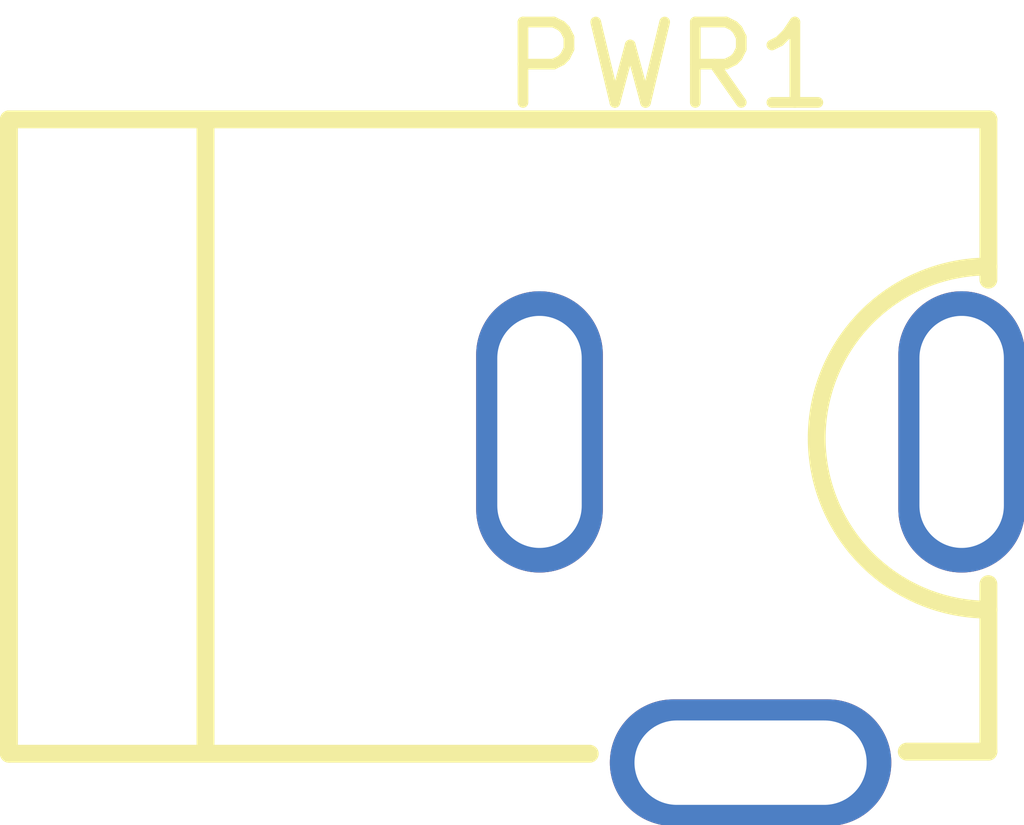
<source format=kicad_pcb>
(kicad_pcb (version 20211014) (generator pcbnew)
  (layers (0 "F.Cu" signal) (31 "B.Cu" signal) (34 "B.Paste" user) (35 "F.Paste" user) (36 "B.SilkS" user "B.Silkscreen") (37 "F.SilkS" user "F.Silkscreen") (38 "B.Mask" user) (39 "F.Mask" user) (44 "Edge.Cuts" user))
  (net 0 "")
  (footprint "easyeda:DC-IN-TH_DC-005-5A-3.0" (layer "F.Cu") (at 12.7 12.7)
    (fp_text reference "PWR1" (at -3.607 -7.559) (layer "F.SilkS") (effects (font (size 1.143 1.143) (thickness 0.152)) (justify left)))
    (fp_text value "DC-IN-TH_DC-005-5A-3.0" hide)
    (fp_line (start 3.38 -0.187) (end 3.38 2.195) (layer "F.SilkS") (width 0.254))
    (fp_line (start -10.541 -6.797) (end -10.541 2.225) (layer "F.SilkS") (width 0.254))
    (fp_line (start 3.38 2.195) (end 2.22 2.195) (layer "F.SilkS") (width 0.254))
    (fp_line (start -7.747 -6.797) (end -7.747 2.203) (layer "F.SilkS") (width 0.254))
    (fp_line (start 3.38 -6.797) (end -10.541 -6.797) (layer "F.SilkS") (width 0.254))
    (fp_line (start -10.541 2.225) (end -2.286 2.225) (layer "F.SilkS") (width 0.254))
    (fp_line (start 3.38 -6.797) (end 3.38 -4.517) (layer "F.SilkS") (width 0.254))
    (fp_arc (start 3.38 0.176) (mid 0.947987 -2.264122) (end 3.380243 -4.704001) (layer "F.SilkS") (width 0.254))
    (pad "1" thru_hole oval (at 3 -2.352 270) (size 4 1.8) (drill oval 3.3 1.2) (layers *.Cu *.Paste *.Mask))
    (pad "2" thru_hole oval (at -3 -2.352 270) (size 4 1.8) (drill oval 3.3 1.2) (layers *.Cu *.Paste *.Mask))
    (pad "3" thru_hole oval (at 0 2.352) (size 4 1.8) (drill oval 3.3 1.2) (layers *.Cu *.Paste *.Mask))
  )
)
</source>
